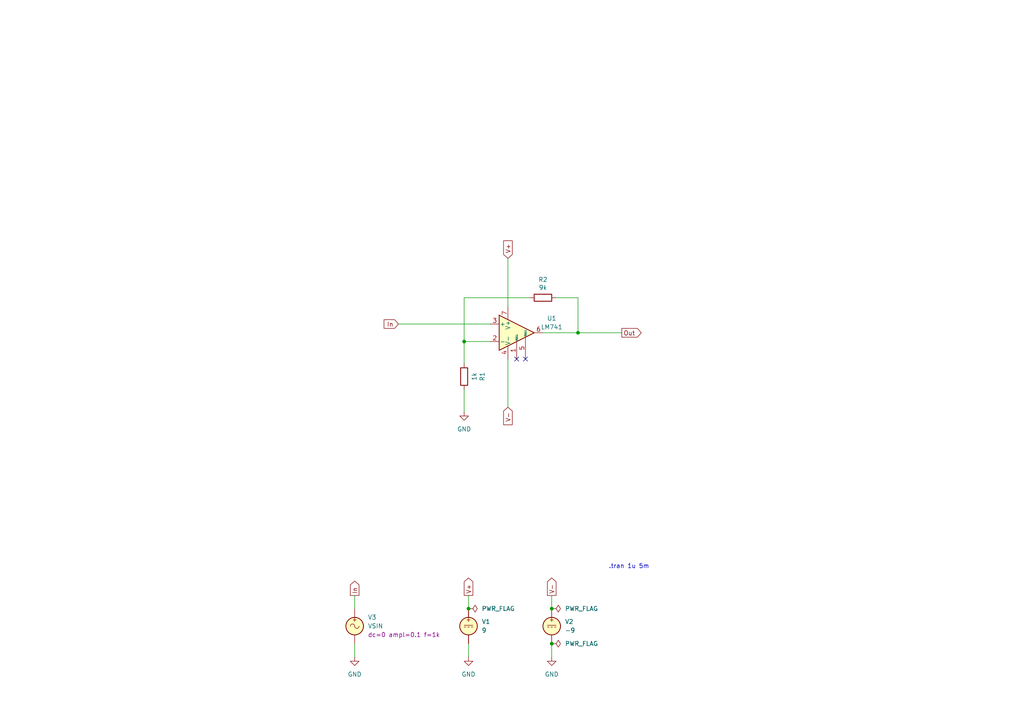
<source format=kicad_sch>
(kicad_sch (version 20230121) (generator eeschema)
  (paper "A4")
  (title_block (title "OPamp, noninverting") (date "2024-02-27") (rev "1") (company "GitHub/OJStuff"))
  (lib_symbols
    (symbol "Amplifier_Operational:LM741" (pin_names (offset 0.127))
      (property "Reference" "U" (at 0 6.35 0))
      (property "Value" "LM741" (at 0 3.81 0))
      (symbol "LM741_0_1"
        (polyline (pts (xy -5.08 5.08) (xy 5.08 0) (xy -5.08 -5.08) (xy -5.08 5.08)) (stroke (width 0.254)) (fill (type background)))
      )
      (symbol "LM741_1_1"
        (pin input line (at 0 -7.62 90) (length 5.08) (name "NULL") (number "1"))
        (pin input line (at -7.62 -2.54 0) (length 2.54) (name "-") (number "2"))
        (pin input line (at -7.62 2.54 0) (length 2.54) (name "+") (number "3"))
        (pin power_in line (at -2.54 -7.62 90) (length 3.81) (name "V-") (number "4"))
        (pin input line (at 2.54 -7.62 90) (length 6.35) (name "NULL") (number "5"))
        (pin output line (at 7.62 0 180) (length 2.54) (name "~") (number "6"))
        (pin power_in line (at -2.54 7.62 270) (length 3.81) (name "V+") (number "7"))
        (pin no_connect line (at 0 2.54 270) (length 2.54) hide (name "NC") (number "8"))
      )
    )
    (symbol "Device:R" (pin_numbers hide) (pin_names (offset 0))
      (property "Reference" "R" (at 2.032 0 90))
      (property "Value" "R" (at 0 0 90))
      (symbol "R_0_1"
        (rectangle (start -1.016 -2.54) (end 1.016 2.54) (stroke (width 0.254)))
      )
      (symbol "R_1_1"
        (pin passive line (at 0 3.81 270) (length 1.27) (name "~") (number "1"))
        (pin passive line (at 0 -3.81 90) (length 1.27) (name "~") (number "2"))
      )
    )
    (symbol "Simulation_SPICE:VDC" (pin_numbers hide) (pin_names (offset 0.0254))
      (property "Reference" "V" (at 2.54 2.54 0))
      (property "Value" "1" (at 2.54 0 0))
      (symbol "VDC_0_0"
        (polyline (pts (xy -1.27 0.254) (xy 1.27 0.254)))
        (polyline (pts (xy -0.762 -0.254) (xy -1.27 -0.254)))
        (polyline (pts (xy 0.254 -0.254) (xy -0.254 -0.254)))
        (polyline (pts (xy 1.27 -0.254) (xy 0.762 -0.254)))
        (text "+" (at 0 1.905 0) (effects (font (size 1.27 1.27))))
      )
      (symbol "VDC_0_1"
        (circle (center 0 0) (radius 2.54) (stroke (width 0.254)) (fill (type background)))
      )
      (symbol "VDC_1_1"
        (pin passive line (at 0 5.08 270) (length 2.54) (name "~") (number "1"))
        (pin passive line (at 0 -5.08 90) (length 2.54) (name "~") (number "2"))
      )
    )
    (symbol "Simulation_SPICE:VSIN" (pin_numbers hide) (pin_names (offset 0.0254))
      (property "Reference" "V" (at 2.54 2.54 0))
      (property "Value" "VSIN" (at 2.54 0 0))
      (property "Sim.Params" "dc=0 ampl=1 f=1k ac=1" (at 2.54 -2.54 0))
      (symbol "VSIN_0_0"
        (arc (start 0 0) (mid -0.635 0.6323) (end -1.27 0))
        (arc (start 0 0) (mid 0.635 -0.6323) (end 1.27 0))
        (text "+" (at 0 1.905 0) (effects (font (size 1.27 1.27))))
      )
      (symbol "VSIN_0_1"
        (circle (center 0 0) (radius 2.54) (stroke (width 0.254)) (fill (type background)))
      )
      (symbol "VSIN_1_1"
        (pin passive line (at 0 5.08 270) (length 2.54) (name "~") (number "1"))
        (pin passive line (at 0 -5.08 90) (length 2.54) (name "~") (number "2"))
      )
    )
    (symbol "power:GND" (power) (pin_names (offset 0))
      (property "Value" "GND" (at 0 -3.81 0))
      (symbol "GND_0_1"
        (polyline (pts (xy 0 0) (xy 0 -1.27) (xy 1.27 -1.27) (xy 0 -2.54) (xy -1.27 -1.27) (xy 0 -1.27)))
      )
      (symbol "GND_1_1"
        (pin power_in line (at 0 0 270) (length 0) hide (name "GND") (number "1"))
      )
    )
    (symbol "power:PWR_FLAG" (power) (pin_numbers hide) (pin_names (offset 0) hide)
      (property "Value" "PWR_FLAG" (at 0 3.81 0))
      (symbol "PWR_FLAG_0_0"
        (pin power_out line (at 0 0 90) (length 0) (name "pwr") (number "1"))
      )
      (symbol "PWR_FLAG_0_1"
        (polyline (pts (xy 0 0) (xy 0 1.27) (xy -1.016 1.905) (xy 0 2.54) (xy 1.016 1.905) (xy 0 1.27)))
      )
    )
  )
  (junction (at 135.89 176.53))
  (junction (at 167.64 96.52))
  (junction (at 134.62 99.06))
  (junction (at 160.02 186.69))
  (junction (at 160.02 176.53))
  (no_connect (at 152.4 104.14))
  (no_connect (at 149.86 104.14))
  (wire (pts (xy 180.34 96.52) (xy 167.64 96.52)))
  (wire (pts (xy 102.87 186.69) (xy 102.87 190.5)))
  (wire (pts (xy 102.87 172.72) (xy 102.87 176.53)))
  (wire (pts (xy 167.64 86.36) (xy 167.64 96.52)))
  (wire (pts (xy 160.02 172.72) (xy 160.02 176.53)))
  (wire (pts (xy 135.89 186.69) (xy 135.89 190.5)))
  (wire (pts (xy 134.62 86.36) (xy 153.67 86.36)))
  (wire (pts (xy 167.64 96.52) (xy 157.48 96.52)))
  (wire (pts (xy 115.57 93.98) (xy 142.24 93.98)))
  (wire (pts (xy 160.02 186.69) (xy 160.02 190.5)))
  (wire (pts (xy 135.89 172.72) (xy 135.89 176.53)))
  (wire (pts (xy 134.62 113.03) (xy 134.62 119.38)))
  (wire (pts (xy 134.62 99.06) (xy 142.24 99.06)))
  (wire (pts (xy 134.62 99.06) (xy 134.62 86.36)))
  (wire (pts (xy 161.29 86.36) (xy 167.64 86.36)))
  (wire (pts (xy 134.62 105.41) (xy 134.62 99.06)))
  (wire (pts (xy 147.32 74.93) (xy 147.32 88.9)))
  (wire (pts (xy 147.32 118.11) (xy 147.32 104.14)))
  (text ".tran 1u 5m" (at 176.53 165.1 0) (effects (font (size 1.27 1.27)) (justify left bottom)))
  (global_label "In" (shape output) (at 102.87 172.72 90) (property "Intersheetrefs" "${INTERSHEET_REFS}" (effects hide)))
  (global_label "V-" (shape output) (at 160.02 172.72 90) (property "Intersheetrefs" "${INTERSHEET_REFS}" (effects hide)))
  (global_label "V-" (shape input) (at 147.32 118.11 270) (property "Intersheetrefs" "${INTERSHEET_REFS}" (effects hide)))
  (global_label "In" (shape input) (at 115.57 93.98 180) (property "Intersheetrefs" "${INTERSHEET_REFS}" (effects hide)))
  (global_label "Out" (shape output) (at 180.34 96.52 0) (property "Intersheetrefs" "${INTERSHEET_REFS}" (effects hide)))
  (global_label "V+" (shape output) (at 135.89 172.72 90) (property "Intersheetrefs" "${INTERSHEET_REFS}" (effects hide)))
  (global_label "V+" (shape input) (at 147.32 74.93 90) (property "Intersheetrefs" "${INTERSHEET_REFS}" (effects hide)))
  (symbol (lib_id "power:GND") (at 134.62 119.38 0) (unit 1)
    (property "Reference" "#PWR03" (effects hide))
    (property "Value" "GND" (at 134.62 124.46 0))
  )
  (symbol (lib_id "power:GND") (at 160.02 190.5 0) (unit 1)
    (property "Reference" "#PWR05" (effects hide))
    (property "Value" "GND" (at 160.02 195.58 0))
  )
  (symbol (lib_id "Simulation_SPICE:VDC") (at 135.89 181.61 0) (unit 1)
    (property "Reference" "V1" (at 139.7 180.3042 0) (effects (justify left)))
    (property "Value" "9" (at 139.7 182.8442 0) (effects (justify left)))
    (property "Sim.Pins" "1=+ 2=-" (effects hide))
    (property "Sim.Type" "DC" (effects hide))
    (property "Sim.Device" "V" (effects hide))
  )
  (symbol (lib_id "power:GND") (at 102.87 190.5 0) (unit 1)
    (property "Reference" "#PWR02" (effects hide))
    (property "Value" "GND" (at 102.87 195.58 0))
  )
  (symbol (lib_id "Device:R") (at 134.62 109.22 180) (unit 1)
    (property "Reference" "R1" (at 139.8778 109.22 90))
    (property "Value" "1k" (at 137.5664 109.22 90))
  )
  (symbol (lib_id "Amplifier_Operational:LM741") (at 149.86 96.52 0) (unit 1)
    (property "Reference" "U1" (at 160.02 92.3291 0))
    (property "Value" "LM741" (at 160.02 94.8691 0))
    (property "Datasheet" "http://www.ti.com/lit/ds/symlink/lm741.pdf" (effects hide))
    (property "Sim.Library" "LM741.lib" (effects hide))
    (property "Sim.Name" "LM741" (effects hide))
    (property "Sim.Device" "SUBCKT" (effects hide))
    (property "Sim.Pins" "2=2 3=1 4=50 6=28 7=99" (effects hide))
  )
  (symbol (lib_id "power:GND") (at 135.89 190.5 0) (unit 1)
    (property "Reference" "#PWR04" (effects hide))
    (property "Value" "GND" (at 135.89 195.58 0))
  )
  (symbol (lib_id "power:PWR_FLAG") (at 135.89 176.53 270) (unit 1)
    (property "Reference" "#FLG01" (effects hide))
    (property "Value" "PWR_FLAG" (at 139.7 176.53 90) (effects (justify left)))
  )
  (symbol (lib_id "Device:R") (at 157.48 86.36 270) (unit 1)
    (property "Reference" "R2" (at 157.48 81.1022 90))
    (property "Value" "9k" (at 157.48 83.4136 90))
  )
  (symbol (lib_id "power:PWR_FLAG") (at 160.02 186.69 270) (unit 1)
    (property "Reference" "#FLG03" (effects hide))
    (property "Value" "PWR_FLAG" (at 163.83 186.69 90) (effects (justify left)))
  )
  (symbol (lib_id "Simulation_SPICE:VDC") (at 160.02 181.61 0) (unit 1)
    (property "Reference" "V2" (at 163.83 180.3042 0) (effects (justify left)))
    (property "Value" "-9" (at 163.83 182.8442 0) (effects (justify left)))
    (property "Sim.Pins" "1=+ 2=-" (effects hide))
    (property "Sim.Type" "DC" (effects hide))
    (property "Sim.Device" "V" (effects hide))
  )
  (symbol (lib_id "power:PWR_FLAG") (at 160.02 176.53 270) (unit 1)
    (property "Reference" "#FLG02" (effects hide))
    (property "Value" "PWR_FLAG" (at 163.83 176.53 90) (effects (justify left)))
  )
  (symbol (lib_id "Simulation_SPICE:VSIN") (at 102.87 181.61 0) (unit 1)
    (property "Reference" "V3" (at 106.68 179.0342 0) (effects (justify left)))
    (property "Value" "VSIN" (at 106.68 181.5742 0) (effects (justify left)))
    (property "Sim.Pins" "1=+ 2=-" (effects hide))
    (property "Sim.Params" "dc=0 ampl=0.1 f=1k" (at 106.68 184.1142 0) (effects (justify left)))
    (property "Sim.Type" "SIN" (effects hide))
    (property "Sim.Device" "V" (effects hide))
  )
)
</source>
